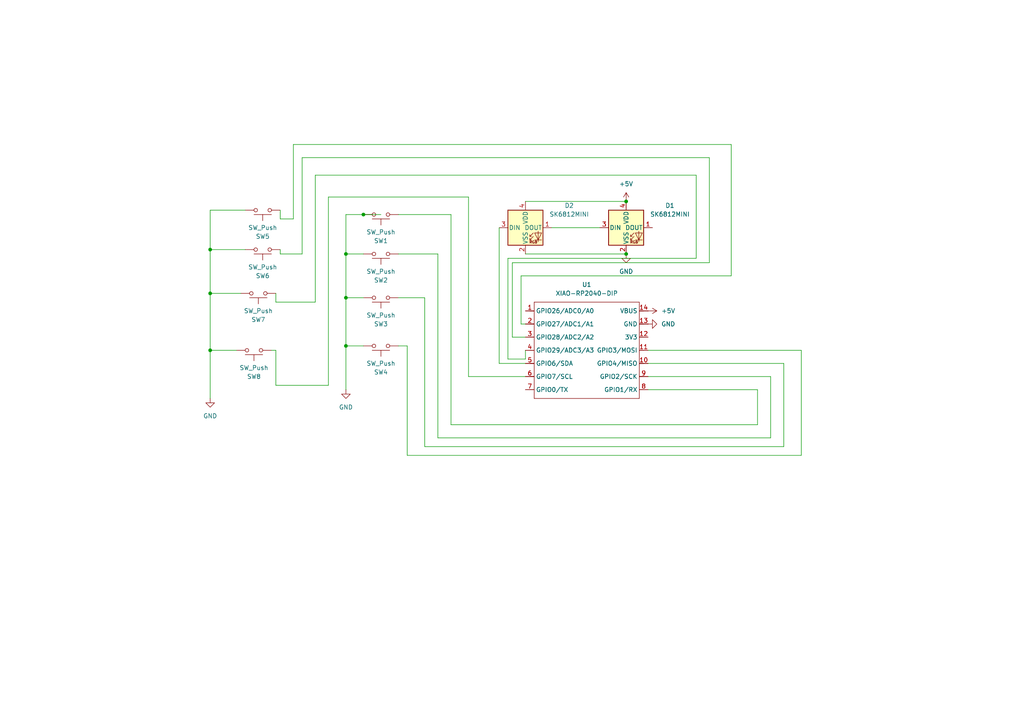
<source format=kicad_sch>
(kicad_sch
	(version 20250114)
	(generator "eeschema")
	(generator_version "9.0")
	(uuid "7822a9d4-ea92-4ca7-b531-86ebdbdf0900")
	(paper "A4")
	(lib_symbols
		(symbol "LED:SK6812MINI"
			(pin_names
				(offset 0.254)
			)
			(exclude_from_sim no)
			(in_bom yes)
			(on_board yes)
			(property "Reference" "D"
				(at 5.08 5.715 0)
				(effects
					(font
						(size 1.27 1.27)
					)
					(justify right bottom)
				)
			)
			(property "Value" "SK6812MINI"
				(at 1.27 -5.715 0)
				(effects
					(font
						(size 1.27 1.27)
					)
					(justify left top)
				)
			)
			(property "Footprint" "LED_SMD:LED_SK6812MINI_PLCC4_3.5x3.5mm_P1.75mm"
				(at 1.27 -7.62 0)
				(effects
					(font
						(size 1.27 1.27)
					)
					(justify left top)
					(hide yes)
				)
			)
			(property "Datasheet" "https://cdn-shop.adafruit.com/product-files/2686/SK6812MINI_REV.01-1-2.pdf"
				(at 2.54 -9.525 0)
				(effects
					(font
						(size 1.27 1.27)
					)
					(justify left top)
					(hide yes)
				)
			)
			(property "Description" "RGB LED with integrated controller"
				(at 0 0 0)
				(effects
					(font
						(size 1.27 1.27)
					)
					(hide yes)
				)
			)
			(property "ki_keywords" "RGB LED NeoPixel Mini addressable"
				(at 0 0 0)
				(effects
					(font
						(size 1.27 1.27)
					)
					(hide yes)
				)
			)
			(property "ki_fp_filters" "LED*SK6812MINI*PLCC*3.5x3.5mm*P1.75mm*"
				(at 0 0 0)
				(effects
					(font
						(size 1.27 1.27)
					)
					(hide yes)
				)
			)
			(symbol "SK6812MINI_0_0"
				(text "RGB"
					(at 2.286 -4.191 0)
					(effects
						(font
							(size 0.762 0.762)
						)
					)
				)
			)
			(symbol "SK6812MINI_0_1"
				(polyline
					(pts
						(xy 1.27 -2.54) (xy 1.778 -2.54)
					)
					(stroke
						(width 0)
						(type default)
					)
					(fill
						(type none)
					)
				)
				(polyline
					(pts
						(xy 1.27 -3.556) (xy 1.778 -3.556)
					)
					(stroke
						(width 0)
						(type default)
					)
					(fill
						(type none)
					)
				)
				(polyline
					(pts
						(xy 2.286 -1.524) (xy 1.27 -2.54) (xy 1.27 -2.032)
					)
					(stroke
						(width 0)
						(type default)
					)
					(fill
						(type none)
					)
				)
				(polyline
					(pts
						(xy 2.286 -2.54) (xy 1.27 -3.556) (xy 1.27 -3.048)
					)
					(stroke
						(width 0)
						(type default)
					)
					(fill
						(type none)
					)
				)
				(polyline
					(pts
						(xy 3.683 -1.016) (xy 3.683 -3.556) (xy 3.683 -4.064)
					)
					(stroke
						(width 0)
						(type default)
					)
					(fill
						(type none)
					)
				)
				(polyline
					(pts
						(xy 4.699 -1.524) (xy 2.667 -1.524) (xy 3.683 -3.556) (xy 4.699 -1.524)
					)
					(stroke
						(width 0)
						(type default)
					)
					(fill
						(type none)
					)
				)
				(polyline
					(pts
						(xy 4.699 -3.556) (xy 2.667 -3.556)
					)
					(stroke
						(width 0)
						(type default)
					)
					(fill
						(type none)
					)
				)
				(rectangle
					(start 5.08 5.08)
					(end -5.08 -5.08)
					(stroke
						(width 0.254)
						(type default)
					)
					(fill
						(type background)
					)
				)
			)
			(symbol "SK6812MINI_1_1"
				(pin input line
					(at -7.62 0 0)
					(length 2.54)
					(name "DIN"
						(effects
							(font
								(size 1.27 1.27)
							)
						)
					)
					(number "3"
						(effects
							(font
								(size 1.27 1.27)
							)
						)
					)
				)
				(pin power_in line
					(at 0 7.62 270)
					(length 2.54)
					(name "VDD"
						(effects
							(font
								(size 1.27 1.27)
							)
						)
					)
					(number "4"
						(effects
							(font
								(size 1.27 1.27)
							)
						)
					)
				)
				(pin power_in line
					(at 0 -7.62 90)
					(length 2.54)
					(name "VSS"
						(effects
							(font
								(size 1.27 1.27)
							)
						)
					)
					(number "2"
						(effects
							(font
								(size 1.27 1.27)
							)
						)
					)
				)
				(pin output line
					(at 7.62 0 180)
					(length 2.54)
					(name "DOUT"
						(effects
							(font
								(size 1.27 1.27)
							)
						)
					)
					(number "1"
						(effects
							(font
								(size 1.27 1.27)
							)
						)
					)
				)
			)
			(embedded_fonts no)
		)
		(symbol "OPL:XIAO-RP2040-DIP"
			(exclude_from_sim no)
			(in_bom yes)
			(on_board yes)
			(property "Reference" "U"
				(at 0 0 0)
				(effects
					(font
						(size 1.27 1.27)
					)
				)
			)
			(property "Value" "XIAO-RP2040-DIP"
				(at 5.334 -1.778 0)
				(effects
					(font
						(size 1.27 1.27)
					)
				)
			)
			(property "Footprint" "Module:MOUDLE14P-XIAO-DIP-SMD"
				(at 14.478 -32.258 0)
				(effects
					(font
						(size 1.27 1.27)
					)
					(hide yes)
				)
			)
			(property "Datasheet" ""
				(at 0 0 0)
				(effects
					(font
						(size 1.27 1.27)
					)
					(hide yes)
				)
			)
			(property "Description" ""
				(at 0 0 0)
				(effects
					(font
						(size 1.27 1.27)
					)
					(hide yes)
				)
			)
			(symbol "XIAO-RP2040-DIP_1_0"
				(polyline
					(pts
						(xy -1.27 -2.54) (xy 29.21 -2.54)
					)
					(stroke
						(width 0.1524)
						(type solid)
					)
					(fill
						(type none)
					)
				)
				(polyline
					(pts
						(xy -1.27 -5.08) (xy -2.54 -5.08)
					)
					(stroke
						(width 0.1524)
						(type solid)
					)
					(fill
						(type none)
					)
				)
				(polyline
					(pts
						(xy -1.27 -5.08) (xy -1.27 -2.54)
					)
					(stroke
						(width 0.1524)
						(type solid)
					)
					(fill
						(type none)
					)
				)
				(polyline
					(pts
						(xy -1.27 -8.89) (xy -2.54 -8.89)
					)
					(stroke
						(width 0.1524)
						(type solid)
					)
					(fill
						(type none)
					)
				)
				(polyline
					(pts
						(xy -1.27 -8.89) (xy -1.27 -5.08)
					)
					(stroke
						(width 0.1524)
						(type solid)
					)
					(fill
						(type none)
					)
				)
				(polyline
					(pts
						(xy -1.27 -12.7) (xy -2.54 -12.7)
					)
					(stroke
						(width 0.1524)
						(type solid)
					)
					(fill
						(type none)
					)
				)
				(polyline
					(pts
						(xy -1.27 -12.7) (xy -1.27 -8.89)
					)
					(stroke
						(width 0.1524)
						(type solid)
					)
					(fill
						(type none)
					)
				)
				(polyline
					(pts
						(xy -1.27 -16.51) (xy -2.54 -16.51)
					)
					(stroke
						(width 0.1524)
						(type solid)
					)
					(fill
						(type none)
					)
				)
				(polyline
					(pts
						(xy -1.27 -16.51) (xy -1.27 -12.7)
					)
					(stroke
						(width 0.1524)
						(type solid)
					)
					(fill
						(type none)
					)
				)
				(polyline
					(pts
						(xy -1.27 -20.32) (xy -2.54 -20.32)
					)
					(stroke
						(width 0.1524)
						(type solid)
					)
					(fill
						(type none)
					)
				)
				(polyline
					(pts
						(xy -1.27 -24.13) (xy -2.54 -24.13)
					)
					(stroke
						(width 0.1524)
						(type solid)
					)
					(fill
						(type none)
					)
				)
				(polyline
					(pts
						(xy -1.27 -27.94) (xy -2.54 -27.94)
					)
					(stroke
						(width 0.1524)
						(type solid)
					)
					(fill
						(type none)
					)
				)
				(polyline
					(pts
						(xy -1.27 -30.48) (xy -1.27 -16.51)
					)
					(stroke
						(width 0.1524)
						(type solid)
					)
					(fill
						(type none)
					)
				)
				(polyline
					(pts
						(xy 29.21 -2.54) (xy 29.21 -5.08)
					)
					(stroke
						(width 0.1524)
						(type solid)
					)
					(fill
						(type none)
					)
				)
				(polyline
					(pts
						(xy 29.21 -5.08) (xy 29.21 -8.89)
					)
					(stroke
						(width 0.1524)
						(type solid)
					)
					(fill
						(type none)
					)
				)
				(polyline
					(pts
						(xy 29.21 -8.89) (xy 29.21 -12.7)
					)
					(stroke
						(width 0.1524)
						(type solid)
					)
					(fill
						(type none)
					)
				)
				(polyline
					(pts
						(xy 29.21 -12.7) (xy 29.21 -30.48)
					)
					(stroke
						(width 0.1524)
						(type solid)
					)
					(fill
						(type none)
					)
				)
				(polyline
					(pts
						(xy 29.21 -30.48) (xy -1.27 -30.48)
					)
					(stroke
						(width 0.1524)
						(type solid)
					)
					(fill
						(type none)
					)
				)
				(polyline
					(pts
						(xy 30.48 -5.08) (xy 29.21 -5.08)
					)
					(stroke
						(width 0.1524)
						(type solid)
					)
					(fill
						(type none)
					)
				)
				(polyline
					(pts
						(xy 30.48 -8.89) (xy 29.21 -8.89)
					)
					(stroke
						(width 0.1524)
						(type solid)
					)
					(fill
						(type none)
					)
				)
				(polyline
					(pts
						(xy 30.48 -12.7) (xy 29.21 -12.7)
					)
					(stroke
						(width 0.1524)
						(type solid)
					)
					(fill
						(type none)
					)
				)
				(polyline
					(pts
						(xy 30.48 -16.51) (xy 29.21 -16.51)
					)
					(stroke
						(width 0.1524)
						(type solid)
					)
					(fill
						(type none)
					)
				)
				(polyline
					(pts
						(xy 30.48 -20.32) (xy 29.21 -20.32)
					)
					(stroke
						(width 0.1524)
						(type solid)
					)
					(fill
						(type none)
					)
				)
				(polyline
					(pts
						(xy 30.48 -24.13) (xy 29.21 -24.13)
					)
					(stroke
						(width 0.1524)
						(type solid)
					)
					(fill
						(type none)
					)
				)
				(polyline
					(pts
						(xy 30.48 -27.94) (xy 29.21 -27.94)
					)
					(stroke
						(width 0.1524)
						(type solid)
					)
					(fill
						(type none)
					)
				)
				(pin passive line
					(at -3.81 -5.08 0)
					(length 2.54)
					(name "GPIO26/ADC0/A0"
						(effects
							(font
								(size 1.27 1.27)
							)
						)
					)
					(number "1"
						(effects
							(font
								(size 1.27 1.27)
							)
						)
					)
				)
				(pin passive line
					(at -3.81 -8.89 0)
					(length 2.54)
					(name "GPIO27/ADC1/A1"
						(effects
							(font
								(size 1.27 1.27)
							)
						)
					)
					(number "2"
						(effects
							(font
								(size 1.27 1.27)
							)
						)
					)
				)
				(pin passive line
					(at -3.81 -12.7 0)
					(length 2.54)
					(name "GPIO28/ADC2/A2"
						(effects
							(font
								(size 1.27 1.27)
							)
						)
					)
					(number "3"
						(effects
							(font
								(size 1.27 1.27)
							)
						)
					)
				)
				(pin passive line
					(at -3.81 -16.51 0)
					(length 2.54)
					(name "GPIO29/ADC3/A3"
						(effects
							(font
								(size 1.27 1.27)
							)
						)
					)
					(number "4"
						(effects
							(font
								(size 1.27 1.27)
							)
						)
					)
				)
				(pin passive line
					(at -3.81 -20.32 0)
					(length 2.54)
					(name "GPIO6/SDA"
						(effects
							(font
								(size 1.27 1.27)
							)
						)
					)
					(number "5"
						(effects
							(font
								(size 1.27 1.27)
							)
						)
					)
				)
				(pin passive line
					(at -3.81 -24.13 0)
					(length 2.54)
					(name "GPIO7/SCL"
						(effects
							(font
								(size 1.27 1.27)
							)
						)
					)
					(number "6"
						(effects
							(font
								(size 1.27 1.27)
							)
						)
					)
				)
				(pin passive line
					(at -3.81 -27.94 0)
					(length 2.54)
					(name "GPIO0/TX"
						(effects
							(font
								(size 1.27 1.27)
							)
						)
					)
					(number "7"
						(effects
							(font
								(size 1.27 1.27)
							)
						)
					)
				)
				(pin passive line
					(at 31.75 -5.08 180)
					(length 2.54)
					(name "VBUS"
						(effects
							(font
								(size 1.27 1.27)
							)
						)
					)
					(number "14"
						(effects
							(font
								(size 1.27 1.27)
							)
						)
					)
				)
				(pin passive line
					(at 31.75 -8.89 180)
					(length 2.54)
					(name "GND"
						(effects
							(font
								(size 1.27 1.27)
							)
						)
					)
					(number "13"
						(effects
							(font
								(size 1.27 1.27)
							)
						)
					)
				)
				(pin passive line
					(at 31.75 -12.7 180)
					(length 2.54)
					(name "3V3"
						(effects
							(font
								(size 1.27 1.27)
							)
						)
					)
					(number "12"
						(effects
							(font
								(size 1.27 1.27)
							)
						)
					)
				)
				(pin passive line
					(at 31.75 -16.51 180)
					(length 2.54)
					(name "GPIO3/MOSI"
						(effects
							(font
								(size 1.27 1.27)
							)
						)
					)
					(number "11"
						(effects
							(font
								(size 1.27 1.27)
							)
						)
					)
				)
				(pin passive line
					(at 31.75 -20.32 180)
					(length 2.54)
					(name "GPIO4/MISO"
						(effects
							(font
								(size 1.27 1.27)
							)
						)
					)
					(number "10"
						(effects
							(font
								(size 1.27 1.27)
							)
						)
					)
				)
				(pin passive line
					(at 31.75 -24.13 180)
					(length 2.54)
					(name "GPIO2/SCK"
						(effects
							(font
								(size 1.27 1.27)
							)
						)
					)
					(number "9"
						(effects
							(font
								(size 1.27 1.27)
							)
						)
					)
				)
				(pin passive line
					(at 31.75 -27.94 180)
					(length 2.54)
					(name "GPIO1/RX"
						(effects
							(font
								(size 1.27 1.27)
							)
						)
					)
					(number "8"
						(effects
							(font
								(size 1.27 1.27)
							)
						)
					)
				)
			)
			(embedded_fonts no)
		)
		(symbol "Switch:SW_Push"
			(pin_numbers
				(hide yes)
			)
			(pin_names
				(offset 1.016)
				(hide yes)
			)
			(exclude_from_sim no)
			(in_bom yes)
			(on_board yes)
			(property "Reference" "SW"
				(at 1.27 2.54 0)
				(effects
					(font
						(size 1.27 1.27)
					)
					(justify left)
				)
			)
			(property "Value" "SW_Push"
				(at 0 -1.524 0)
				(effects
					(font
						(size 1.27 1.27)
					)
				)
			)
			(property "Footprint" ""
				(at 0 5.08 0)
				(effects
					(font
						(size 1.27 1.27)
					)
					(hide yes)
				)
			)
			(property "Datasheet" "~"
				(at 0 5.08 0)
				(effects
					(font
						(size 1.27 1.27)
					)
					(hide yes)
				)
			)
			(property "Description" "Push button switch, generic, two pins"
				(at 0 0 0)
				(effects
					(font
						(size 1.27 1.27)
					)
					(hide yes)
				)
			)
			(property "ki_keywords" "switch normally-open pushbutton push-button"
				(at 0 0 0)
				(effects
					(font
						(size 1.27 1.27)
					)
					(hide yes)
				)
			)
			(symbol "SW_Push_0_1"
				(circle
					(center -2.032 0)
					(radius 0.508)
					(stroke
						(width 0)
						(type default)
					)
					(fill
						(type none)
					)
				)
				(polyline
					(pts
						(xy 0 1.27) (xy 0 3.048)
					)
					(stroke
						(width 0)
						(type default)
					)
					(fill
						(type none)
					)
				)
				(circle
					(center 2.032 0)
					(radius 0.508)
					(stroke
						(width 0)
						(type default)
					)
					(fill
						(type none)
					)
				)
				(polyline
					(pts
						(xy 2.54 1.27) (xy -2.54 1.27)
					)
					(stroke
						(width 0)
						(type default)
					)
					(fill
						(type none)
					)
				)
				(pin passive line
					(at -5.08 0 0)
					(length 2.54)
					(name "1"
						(effects
							(font
								(size 1.27 1.27)
							)
						)
					)
					(number "1"
						(effects
							(font
								(size 1.27 1.27)
							)
						)
					)
				)
				(pin passive line
					(at 5.08 0 180)
					(length 2.54)
					(name "2"
						(effects
							(font
								(size 1.27 1.27)
							)
						)
					)
					(number "2"
						(effects
							(font
								(size 1.27 1.27)
							)
						)
					)
				)
			)
			(embedded_fonts no)
		)
		(symbol "power:+5V"
			(power)
			(pin_numbers
				(hide yes)
			)
			(pin_names
				(offset 0)
				(hide yes)
			)
			(exclude_from_sim no)
			(in_bom yes)
			(on_board yes)
			(property "Reference" "#PWR"
				(at 0 -3.81 0)
				(effects
					(font
						(size 1.27 1.27)
					)
					(hide yes)
				)
			)
			(property "Value" "+5V"
				(at 0 3.556 0)
				(effects
					(font
						(size 1.27 1.27)
					)
				)
			)
			(property "Footprint" ""
				(at 0 0 0)
				(effects
					(font
						(size 1.27 1.27)
					)
					(hide yes)
				)
			)
			(property "Datasheet" ""
				(at 0 0 0)
				(effects
					(font
						(size 1.27 1.27)
					)
					(hide yes)
				)
			)
			(property "Description" "Power symbol creates a global label with name \"+5V\""
				(at 0 0 0)
				(effects
					(font
						(size 1.27 1.27)
					)
					(hide yes)
				)
			)
			(property "ki_keywords" "global power"
				(at 0 0 0)
				(effects
					(font
						(size 1.27 1.27)
					)
					(hide yes)
				)
			)
			(symbol "+5V_0_1"
				(polyline
					(pts
						(xy -0.762 1.27) (xy 0 2.54)
					)
					(stroke
						(width 0)
						(type default)
					)
					(fill
						(type none)
					)
				)
				(polyline
					(pts
						(xy 0 2.54) (xy 0.762 1.27)
					)
					(stroke
						(width 0)
						(type default)
					)
					(fill
						(type none)
					)
				)
				(polyline
					(pts
						(xy 0 0) (xy 0 2.54)
					)
					(stroke
						(width 0)
						(type default)
					)
					(fill
						(type none)
					)
				)
			)
			(symbol "+5V_1_1"
				(pin power_in line
					(at 0 0 90)
					(length 0)
					(name "~"
						(effects
							(font
								(size 1.27 1.27)
							)
						)
					)
					(number "1"
						(effects
							(font
								(size 1.27 1.27)
							)
						)
					)
				)
			)
			(embedded_fonts no)
		)
		(symbol "power:GND"
			(power)
			(pin_numbers
				(hide yes)
			)
			(pin_names
				(offset 0)
				(hide yes)
			)
			(exclude_from_sim no)
			(in_bom yes)
			(on_board yes)
			(property "Reference" "#PWR"
				(at 0 -6.35 0)
				(effects
					(font
						(size 1.27 1.27)
					)
					(hide yes)
				)
			)
			(property "Value" "GND"
				(at 0 -3.81 0)
				(effects
					(font
						(size 1.27 1.27)
					)
				)
			)
			(property "Footprint" ""
				(at 0 0 0)
				(effects
					(font
						(size 1.27 1.27)
					)
					(hide yes)
				)
			)
			(property "Datasheet" ""
				(at 0 0 0)
				(effects
					(font
						(size 1.27 1.27)
					)
					(hide yes)
				)
			)
			(property "Description" "Power symbol creates a global label with name \"GND\" , ground"
				(at 0 0 0)
				(effects
					(font
						(size 1.27 1.27)
					)
					(hide yes)
				)
			)
			(property "ki_keywords" "global power"
				(at 0 0 0)
				(effects
					(font
						(size 1.27 1.27)
					)
					(hide yes)
				)
			)
			(symbol "GND_0_1"
				(polyline
					(pts
						(xy 0 0) (xy 0 -1.27) (xy 1.27 -1.27) (xy 0 -2.54) (xy -1.27 -1.27) (xy 0 -1.27)
					)
					(stroke
						(width 0)
						(type default)
					)
					(fill
						(type none)
					)
				)
			)
			(symbol "GND_1_1"
				(pin power_in line
					(at 0 0 270)
					(length 0)
					(name "~"
						(effects
							(font
								(size 1.27 1.27)
							)
						)
					)
					(number "1"
						(effects
							(font
								(size 1.27 1.27)
							)
						)
					)
				)
			)
			(embedded_fonts no)
		)
	)
	(junction
		(at 181.61 73.66)
		(diameter 0)
		(color 0 0 0 0)
		(uuid "03ef710c-e89c-4fb8-a84f-7e5006401b30")
	)
	(junction
		(at 60.96 72.39)
		(diameter 0)
		(color 0 0 0 0)
		(uuid "1f33bdde-1519-464a-9635-53b624f6e782")
	)
	(junction
		(at 100.33 86.36)
		(diameter 0)
		(color 0 0 0 0)
		(uuid "31dc9236-052a-48b5-a40f-6ceaa9649034")
	)
	(junction
		(at 60.96 101.6)
		(diameter 0)
		(color 0 0 0 0)
		(uuid "6bbae772-b7c1-46be-b5f4-93e6cef06e9d")
	)
	(junction
		(at 100.33 73.66)
		(diameter 0)
		(color 0 0 0 0)
		(uuid "8ad17153-99a1-4690-a299-e62b699f8c9a")
	)
	(junction
		(at 105.41 62.23)
		(diameter 0)
		(color 0 0 0 0)
		(uuid "baa9ef19-e957-4abc-962b-3ddae4f30891")
	)
	(junction
		(at 100.33 100.33)
		(diameter 0)
		(color 0 0 0 0)
		(uuid "c86e7a6a-495e-42fb-9331-86e8122a06fe")
	)
	(junction
		(at 181.61 58.42)
		(diameter 0)
		(color 0 0 0 0)
		(uuid "c8869086-0806-4cdf-824a-59a1cc15d964")
	)
	(junction
		(at 60.96 85.09)
		(diameter 0)
		(color 0 0 0 0)
		(uuid "d41ac6bf-e4d7-49ad-87b4-0347bdba1100")
	)
	(wire
		(pts
			(xy 187.96 101.6) (xy 232.41 101.6)
		)
		(stroke
			(width 0)
			(type default)
		)
		(uuid "0578d648-2969-4419-a4fc-40a2cbbe5cf0")
	)
	(wire
		(pts
			(xy 87.63 73.66) (xy 81.28 73.66)
		)
		(stroke
			(width 0)
			(type default)
		)
		(uuid "0803d122-5015-4506-9dc6-48123c52785e")
	)
	(wire
		(pts
			(xy 100.33 86.36) (xy 105.41 86.36)
		)
		(stroke
			(width 0)
			(type default)
		)
		(uuid "0bdd7c51-574e-4458-af76-fd2e3b79f98b")
	)
	(wire
		(pts
			(xy 118.11 100.33) (xy 115.57 100.33)
		)
		(stroke
			(width 0)
			(type default)
		)
		(uuid "0fd9970a-8fde-419c-bd19-50db4633edb6")
	)
	(wire
		(pts
			(xy 100.33 62.23) (xy 105.41 62.23)
		)
		(stroke
			(width 0)
			(type default)
		)
		(uuid "1b3e9108-bdce-4aa0-9281-7aa6562399e0")
	)
	(wire
		(pts
			(xy 60.96 85.09) (xy 69.85 85.09)
		)
		(stroke
			(width 0)
			(type default)
		)
		(uuid "288c9c32-836d-4f99-be11-22bb14d92397")
	)
	(wire
		(pts
			(xy 95.25 57.15) (xy 95.25 111.76)
		)
		(stroke
			(width 0)
			(type default)
		)
		(uuid "28fd2814-78a5-4378-b467-fdfbf85941a5")
	)
	(wire
		(pts
			(xy 80.01 101.6) (xy 78.74 101.6)
		)
		(stroke
			(width 0)
			(type default)
		)
		(uuid "2ab33164-7499-4cbd-a05f-678e7634a26e")
	)
	(wire
		(pts
			(xy 118.11 132.08) (xy 118.11 100.33)
		)
		(stroke
			(width 0)
			(type default)
		)
		(uuid "3304f2c2-cd48-48c3-b018-fe70651d3d99")
	)
	(wire
		(pts
			(xy 80.01 87.63) (xy 80.01 85.09)
		)
		(stroke
			(width 0)
			(type default)
		)
		(uuid "348de63b-de90-4de3-a368-7ce0a817e7d2")
	)
	(wire
		(pts
			(xy 223.52 127) (xy 127 127)
		)
		(stroke
			(width 0)
			(type default)
		)
		(uuid "3bc49c76-9e7a-4d7c-866d-a0baa7be0a37")
	)
	(wire
		(pts
			(xy 152.4 97.79) (xy 148.59 97.79)
		)
		(stroke
			(width 0)
			(type default)
		)
		(uuid "3db86468-4e07-4519-a791-0cd4a58bcf03")
	)
	(wire
		(pts
			(xy 232.41 132.08) (xy 118.11 132.08)
		)
		(stroke
			(width 0)
			(type default)
		)
		(uuid "46364048-90e5-4ea2-936b-fe6d120c3c74")
	)
	(wire
		(pts
			(xy 147.32 74.93) (xy 201.93 74.93)
		)
		(stroke
			(width 0)
			(type default)
		)
		(uuid "48a0d26e-97d8-4f4d-b506-dae817fcb2fb")
	)
	(wire
		(pts
			(xy 100.33 73.66) (xy 100.33 86.36)
		)
		(stroke
			(width 0)
			(type default)
		)
		(uuid "4f057a74-b6a7-40d4-9de6-cfc57b53f0b8")
	)
	(wire
		(pts
			(xy 187.96 109.22) (xy 223.52 109.22)
		)
		(stroke
			(width 0)
			(type default)
		)
		(uuid "532a3da1-a410-493d-ac0b-a7a152c8bd7e")
	)
	(wire
		(pts
			(xy 100.33 73.66) (xy 105.41 73.66)
		)
		(stroke
			(width 0)
			(type default)
		)
		(uuid "57e57654-d56c-498c-8f1b-b6caf7314ddd")
	)
	(wire
		(pts
			(xy 100.33 62.23) (xy 100.33 73.66)
		)
		(stroke
			(width 0)
			(type default)
		)
		(uuid "59d6d47d-6e4e-4a2f-84d5-3793cc11f93c")
	)
	(wire
		(pts
			(xy 91.44 50.8) (xy 91.44 87.63)
		)
		(stroke
			(width 0)
			(type default)
		)
		(uuid "5b875d31-745d-4718-b149-880963a10fed")
	)
	(wire
		(pts
			(xy 130.81 123.19) (xy 130.81 62.23)
		)
		(stroke
			(width 0)
			(type default)
		)
		(uuid "5dac14d0-d5da-4626-a187-c5541776763b")
	)
	(wire
		(pts
			(xy 151.13 80.01) (xy 212.09 80.01)
		)
		(stroke
			(width 0)
			(type default)
		)
		(uuid "60df83ec-7430-41e5-81dd-d74f1eba234b")
	)
	(wire
		(pts
			(xy 80.01 111.76) (xy 80.01 101.6)
		)
		(stroke
			(width 0)
			(type default)
		)
		(uuid "61124943-4fd1-448d-bfee-bbd3f2934801")
	)
	(wire
		(pts
			(xy 187.96 105.41) (xy 227.33 105.41)
		)
		(stroke
			(width 0)
			(type default)
		)
		(uuid "63e0bf2b-00bc-4615-aa78-fe093812b08a")
	)
	(wire
		(pts
			(xy 201.93 50.8) (xy 91.44 50.8)
		)
		(stroke
			(width 0)
			(type default)
		)
		(uuid "6620bfb9-0527-4349-a4a8-95971de63ec6")
	)
	(wire
		(pts
			(xy 81.28 63.5) (xy 81.28 60.96)
		)
		(stroke
			(width 0)
			(type default)
		)
		(uuid "66913f51-c59c-4ce6-89b5-b3dde32100d0")
	)
	(wire
		(pts
			(xy 147.32 74.93) (xy 147.32 104.14)
		)
		(stroke
			(width 0)
			(type default)
		)
		(uuid "672340c5-f01d-454d-8e9d-ca82248e45b9")
	)
	(wire
		(pts
			(xy 85.09 41.91) (xy 85.09 63.5)
		)
		(stroke
			(width 0)
			(type default)
		)
		(uuid "6e3bf8d3-07e7-4f29-82cb-c641d5f3ba03")
	)
	(wire
		(pts
			(xy 87.63 45.72) (xy 87.63 73.66)
		)
		(stroke
			(width 0)
			(type default)
		)
		(uuid "6f7fbdc0-a6b5-478a-8bb3-ef6a5491637f")
	)
	(wire
		(pts
			(xy 152.4 104.14) (xy 147.32 104.14)
		)
		(stroke
			(width 0)
			(type default)
		)
		(uuid "733cbadc-3611-4cca-85b8-e2585b7c1800")
	)
	(wire
		(pts
			(xy 212.09 41.91) (xy 85.09 41.91)
		)
		(stroke
			(width 0)
			(type default)
		)
		(uuid "7562808e-47cd-4490-b321-920b22ddb225")
	)
	(wire
		(pts
			(xy 95.25 111.76) (xy 80.01 111.76)
		)
		(stroke
			(width 0)
			(type default)
		)
		(uuid "7596795f-112a-4b40-88a3-aec3f7d05c16")
	)
	(wire
		(pts
			(xy 227.33 105.41) (xy 227.33 129.54)
		)
		(stroke
			(width 0)
			(type default)
		)
		(uuid "779ed119-4ac4-4d94-a865-eba829dd55f3")
	)
	(wire
		(pts
			(xy 60.96 101.6) (xy 60.96 115.57)
		)
		(stroke
			(width 0)
			(type default)
		)
		(uuid "80181f03-3418-4250-a3bb-7e7e2d9b7bfa")
	)
	(wire
		(pts
			(xy 227.33 129.54) (xy 123.19 129.54)
		)
		(stroke
			(width 0)
			(type default)
		)
		(uuid "83b5468c-b8f4-47c9-ae45-3d2c4e7c8c77")
	)
	(wire
		(pts
			(xy 219.71 123.19) (xy 130.81 123.19)
		)
		(stroke
			(width 0)
			(type default)
		)
		(uuid "846deec9-609a-4649-8ebd-ac44fb90a91c")
	)
	(wire
		(pts
			(xy 152.4 105.41) (xy 144.78 105.41)
		)
		(stroke
			(width 0)
			(type default)
		)
		(uuid "847325c8-e48c-4377-aa9b-0296bb87b5fa")
	)
	(wire
		(pts
			(xy 81.28 73.66) (xy 81.28 72.39)
		)
		(stroke
			(width 0)
			(type default)
		)
		(uuid "915bc536-5d0d-4459-9025-abb0ef0cb4d3")
	)
	(wire
		(pts
			(xy 91.44 87.63) (xy 80.01 87.63)
		)
		(stroke
			(width 0)
			(type default)
		)
		(uuid "921896db-6029-43b7-b1ab-3b4bac9a35ea")
	)
	(wire
		(pts
			(xy 60.96 72.39) (xy 71.12 72.39)
		)
		(stroke
			(width 0)
			(type default)
		)
		(uuid "9281ec79-3d76-4382-83bb-6a79b9cbf238")
	)
	(wire
		(pts
			(xy 152.4 109.22) (xy 135.89 109.22)
		)
		(stroke
			(width 0)
			(type default)
		)
		(uuid "963f7591-02a0-4129-826e-9d01b5755887")
	)
	(wire
		(pts
			(xy 60.96 85.09) (xy 60.96 101.6)
		)
		(stroke
			(width 0)
			(type default)
		)
		(uuid "97326fcf-e846-4391-b40c-4f5d996fd07f")
	)
	(wire
		(pts
			(xy 160.02 66.04) (xy 173.99 66.04)
		)
		(stroke
			(width 0)
			(type default)
		)
		(uuid "982562d5-be64-44b6-87fa-12b139626e62")
	)
	(wire
		(pts
			(xy 85.09 63.5) (xy 81.28 63.5)
		)
		(stroke
			(width 0)
			(type default)
		)
		(uuid "992530a3-9db8-455b-a7ae-5ef6ecac6acb")
	)
	(wire
		(pts
			(xy 100.33 100.33) (xy 105.41 100.33)
		)
		(stroke
			(width 0)
			(type default)
		)
		(uuid "99ca85c3-4eef-4f4e-924c-dcf216ba32e1")
	)
	(wire
		(pts
			(xy 152.4 58.42) (xy 181.61 58.42)
		)
		(stroke
			(width 0)
			(type default)
		)
		(uuid "9adc5618-d62b-409f-bc69-fec27e7dc388")
	)
	(wire
		(pts
			(xy 205.74 76.2) (xy 205.74 45.72)
		)
		(stroke
			(width 0)
			(type default)
		)
		(uuid "9fc00b8a-d040-4eb6-922d-a1a386585d91")
	)
	(wire
		(pts
			(xy 232.41 101.6) (xy 232.41 132.08)
		)
		(stroke
			(width 0)
			(type default)
		)
		(uuid "a3f5b5c5-6aad-4d65-9329-d0609bd93bc5")
	)
	(wire
		(pts
			(xy 60.96 72.39) (xy 60.96 85.09)
		)
		(stroke
			(width 0)
			(type default)
		)
		(uuid "a45ec10a-6e74-4556-9b47-f26130aa5c09")
	)
	(wire
		(pts
			(xy 71.12 60.96) (xy 60.96 60.96)
		)
		(stroke
			(width 0)
			(type default)
		)
		(uuid "a7a56ec4-0198-4233-baac-cc41f4716554")
	)
	(wire
		(pts
			(xy 151.13 93.98) (xy 151.13 80.01)
		)
		(stroke
			(width 0)
			(type default)
		)
		(uuid "abfa0bf1-9037-42b5-8da8-12c3401bc56b")
	)
	(wire
		(pts
			(xy 201.93 74.93) (xy 201.93 50.8)
		)
		(stroke
			(width 0)
			(type default)
		)
		(uuid "b1d91408-a3be-4b67-a943-70fc8f2c726e")
	)
	(wire
		(pts
			(xy 148.59 76.2) (xy 205.74 76.2)
		)
		(stroke
			(width 0)
			(type default)
		)
		(uuid "b2f56318-fb86-47e1-aebb-5a007879b89c")
	)
	(wire
		(pts
			(xy 123.19 129.54) (xy 123.19 86.36)
		)
		(stroke
			(width 0)
			(type default)
		)
		(uuid "b38cc3e8-908b-4c05-9f2c-6ae25b4771ea")
	)
	(wire
		(pts
			(xy 105.41 62.23) (xy 110.49 62.23)
		)
		(stroke
			(width 0)
			(type default)
		)
		(uuid "b42d46a1-8246-4b40-8b0b-1cdf95f86a38")
	)
	(wire
		(pts
			(xy 152.4 101.6) (xy 152.4 104.14)
		)
		(stroke
			(width 0)
			(type default)
		)
		(uuid "b501bcaa-f771-4aaf-bb32-a4eb1b1d06c5")
	)
	(wire
		(pts
			(xy 144.78 105.41) (xy 144.78 66.04)
		)
		(stroke
			(width 0)
			(type default)
		)
		(uuid "b5987a4c-b0af-4fbe-a50d-292c1f75a0f5")
	)
	(wire
		(pts
			(xy 123.19 86.36) (xy 115.57 86.36)
		)
		(stroke
			(width 0)
			(type default)
		)
		(uuid "bb0660b5-ce09-4a45-8ebc-073c4736c120")
	)
	(wire
		(pts
			(xy 212.09 80.01) (xy 212.09 41.91)
		)
		(stroke
			(width 0)
			(type default)
		)
		(uuid "bb5af31b-9a37-4037-a7b7-f55509b56e1d")
	)
	(wire
		(pts
			(xy 130.81 62.23) (xy 115.57 62.23)
		)
		(stroke
			(width 0)
			(type default)
		)
		(uuid "be36c13f-c32b-4f4b-b77a-e90f35aafb86")
	)
	(wire
		(pts
			(xy 100.33 100.33) (xy 100.33 113.03)
		)
		(stroke
			(width 0)
			(type default)
		)
		(uuid "cca21f35-ded5-4b11-bf56-f3833141dc66")
	)
	(wire
		(pts
			(xy 223.52 109.22) (xy 223.52 127)
		)
		(stroke
			(width 0)
			(type default)
		)
		(uuid "cdd5f0ea-6ea9-4a33-88f9-e5e8d3b744a7")
	)
	(wire
		(pts
			(xy 127 127) (xy 127 73.66)
		)
		(stroke
			(width 0)
			(type default)
		)
		(uuid "ce5a161d-8c7e-421d-a538-7454a46eb5cf")
	)
	(wire
		(pts
			(xy 135.89 109.22) (xy 135.89 57.15)
		)
		(stroke
			(width 0)
			(type default)
		)
		(uuid "d0ad31ae-4719-4a27-ab38-206a73197b99")
	)
	(wire
		(pts
			(xy 219.71 113.03) (xy 219.71 123.19)
		)
		(stroke
			(width 0)
			(type default)
		)
		(uuid "db9346dc-068a-4785-b8ac-7c1ce61bc3da")
	)
	(wire
		(pts
			(xy 205.74 45.72) (xy 87.63 45.72)
		)
		(stroke
			(width 0)
			(type default)
		)
		(uuid "dd81bf1a-b8c4-4074-86ec-29155fd698eb")
	)
	(wire
		(pts
			(xy 100.33 86.36) (xy 100.33 100.33)
		)
		(stroke
			(width 0)
			(type default)
		)
		(uuid "deb0e327-82cc-4645-856b-79874a96c659")
	)
	(wire
		(pts
			(xy 187.96 113.03) (xy 219.71 113.03)
		)
		(stroke
			(width 0)
			(type default)
		)
		(uuid "e5cdee49-936b-43fb-96a1-a7fe3be0a851")
	)
	(wire
		(pts
			(xy 148.59 97.79) (xy 148.59 76.2)
		)
		(stroke
			(width 0)
			(type default)
		)
		(uuid "e64bdc06-a0d8-466b-b538-25754c512393")
	)
	(wire
		(pts
			(xy 152.4 93.98) (xy 151.13 93.98)
		)
		(stroke
			(width 0)
			(type default)
		)
		(uuid "e760c326-3843-4910-a450-9b9774e970e1")
	)
	(wire
		(pts
			(xy 60.96 101.6) (xy 68.58 101.6)
		)
		(stroke
			(width 0)
			(type default)
		)
		(uuid "ec54fca2-4d67-4ec3-857f-0dcc95ab70d5")
	)
	(wire
		(pts
			(xy 60.96 60.96) (xy 60.96 72.39)
		)
		(stroke
			(width 0)
			(type default)
		)
		(uuid "f04a8b20-912c-46be-9e70-2f7c695e0e9d")
	)
	(wire
		(pts
			(xy 135.89 57.15) (xy 95.25 57.15)
		)
		(stroke
			(width 0)
			(type default)
		)
		(uuid "f659e5ab-441f-434f-bef5-7c31408cabc7")
	)
	(wire
		(pts
			(xy 152.4 73.66) (xy 181.61 73.66)
		)
		(stroke
			(width 0)
			(type default)
		)
		(uuid "fb061274-bc07-45d2-aa69-972884a76b17")
	)
	(wire
		(pts
			(xy 127 73.66) (xy 115.57 73.66)
		)
		(stroke
			(width 0)
			(type default)
		)
		(uuid "fc963d48-e1a1-4127-99d6-d3f8a411e48f")
	)
	(symbol
		(lib_id "Switch:SW_Push")
		(at 76.2 60.96 0)
		(mirror x)
		(unit 1)
		(exclude_from_sim no)
		(in_bom yes)
		(on_board yes)
		(dnp no)
		(uuid "0c7c2e56-2624-48e1-a487-71d0bfb33576")
		(property "Reference" "SW5"
			(at 76.2 68.58 0)
			(effects
				(font
					(size 1.27 1.27)
				)
			)
		)
		(property "Value" "SW_Push"
			(at 76.2 66.04 0)
			(effects
				(font
					(size 1.27 1.27)
				)
			)
		)
		(property "Footprint" "Button_Switch_Keyboard:SW_Cherry_MX_1.00u_PCB"
			(at 76.2 66.04 0)
			(effects
				(font
					(size 1.27 1.27)
				)
				(hide yes)
			)
		)
		(property "Datasheet" "~"
			(at 76.2 66.04 0)
			(effects
				(font
					(size 1.27 1.27)
				)
				(hide yes)
			)
		)
		(property "Description" "Push button switch, generic, two pins"
			(at 76.2 60.96 0)
			(effects
				(font
					(size 1.27 1.27)
				)
				(hide yes)
			)
		)
		(pin "2"
			(uuid "90f24833-23fc-4c9b-9f41-9a5aa3cdcf8e")
		)
		(pin "1"
			(uuid "353d4e51-8eae-4551-a917-033e766e0816")
		)
		(instances
			(project "Keypad"
				(path "/7822a9d4-ea92-4ca7-b531-86ebdbdf0900"
					(reference "SW5")
					(unit 1)
				)
			)
		)
	)
	(symbol
		(lib_id "LED:SK6812MINI")
		(at 181.61 66.04 0)
		(unit 1)
		(exclude_from_sim no)
		(in_bom yes)
		(on_board yes)
		(dnp no)
		(uuid "10c23258-98b5-4660-90b7-3bada6f14a0d")
		(property "Reference" "D1"
			(at 194.31 59.6198 0)
			(effects
				(font
					(size 1.27 1.27)
				)
			)
		)
		(property "Value" "SK6812MINI"
			(at 194.31 62.1598 0)
			(effects
				(font
					(size 1.27 1.27)
				)
			)
		)
		(property "Footprint" "LED_SMD:LED_SK6812MINI_PLCC4_3.5x3.5mm_P1.75mm"
			(at 182.88 73.66 0)
			(effects
				(font
					(size 1.27 1.27)
				)
				(justify left top)
				(hide yes)
			)
		)
		(property "Datasheet" "https://cdn-shop.adafruit.com/product-files/2686/SK6812MINI_REV.01-1-2.pdf"
			(at 184.15 75.565 0)
			(effects
				(font
					(size 1.27 1.27)
				)
				(justify left top)
				(hide yes)
			)
		)
		(property "Description" "RGB LED with integrated controller"
			(at 181.61 66.04 0)
			(effects
				(font
					(size 1.27 1.27)
				)
				(hide yes)
			)
		)
		(pin "4"
			(uuid "e8926e39-e138-43d6-b0db-50bec14b3406")
		)
		(pin "2"
			(uuid "f83d6e49-cd7e-488a-9f6a-e37b782c8e40")
		)
		(pin "3"
			(uuid "e6df3e4e-cde4-48c5-a7b6-4b3e8bd028eb")
		)
		(pin "1"
			(uuid "f194f784-b61d-49fd-b35e-37568a584472")
		)
		(instances
			(project ""
				(path "/7822a9d4-ea92-4ca7-b531-86ebdbdf0900"
					(reference "D1")
					(unit 1)
				)
			)
		)
	)
	(symbol
		(lib_id "Switch:SW_Push")
		(at 110.49 62.23 0)
		(mirror x)
		(unit 1)
		(exclude_from_sim no)
		(in_bom yes)
		(on_board yes)
		(dnp no)
		(uuid "4040b1b9-0ca1-4b21-aad6-824212591789")
		(property "Reference" "SW1"
			(at 110.49 69.85 0)
			(effects
				(font
					(size 1.27 1.27)
				)
			)
		)
		(property "Value" "SW_Push"
			(at 110.49 67.31 0)
			(effects
				(font
					(size 1.27 1.27)
				)
			)
		)
		(property "Footprint" "Button_Switch_Keyboard:SW_Cherry_MX_1.00u_PCB"
			(at 110.49 67.31 0)
			(effects
				(font
					(size 1.27 1.27)
				)
				(hide yes)
			)
		)
		(property "Datasheet" "~"
			(at 110.49 67.31 0)
			(effects
				(font
					(size 1.27 1.27)
				)
				(hide yes)
			)
		)
		(property "Description" "Push button switch, generic, two pins"
			(at 110.49 62.23 0)
			(effects
				(font
					(size 1.27 1.27)
				)
				(hide yes)
			)
		)
		(pin "2"
			(uuid "52135fdb-1324-4725-9169-9721fe768329")
		)
		(pin "1"
			(uuid "f292cb2b-5e14-4648-b901-22377ec7b1be")
		)
		(instances
			(project ""
				(path "/7822a9d4-ea92-4ca7-b531-86ebdbdf0900"
					(reference "SW1")
					(unit 1)
				)
			)
		)
	)
	(symbol
		(lib_id "power:GND")
		(at 60.96 115.57 0)
		(unit 1)
		(exclude_from_sim no)
		(in_bom yes)
		(on_board yes)
		(dnp no)
		(fields_autoplaced yes)
		(uuid "46fd322d-b4fc-4b2e-a8ef-033bf85e8a3d")
		(property "Reference" "#PWR01"
			(at 60.96 121.92 0)
			(effects
				(font
					(size 1.27 1.27)
				)
				(hide yes)
			)
		)
		(property "Value" "GND"
			(at 60.96 120.65 0)
			(effects
				(font
					(size 1.27 1.27)
				)
			)
		)
		(property "Footprint" ""
			(at 60.96 115.57 0)
			(effects
				(font
					(size 1.27 1.27)
				)
				(hide yes)
			)
		)
		(property "Datasheet" ""
			(at 60.96 115.57 0)
			(effects
				(font
					(size 1.27 1.27)
				)
				(hide yes)
			)
		)
		(property "Description" "Power symbol creates a global label with name \"GND\" , ground"
			(at 60.96 115.57 0)
			(effects
				(font
					(size 1.27 1.27)
				)
				(hide yes)
			)
		)
		(pin "1"
			(uuid "2f0a4619-06d5-4fab-b3c6-7f59a3da6a4c")
		)
		(instances
			(project ""
				(path "/7822a9d4-ea92-4ca7-b531-86ebdbdf0900"
					(reference "#PWR01")
					(unit 1)
				)
			)
		)
	)
	(symbol
		(lib_id "Switch:SW_Push")
		(at 110.49 73.66 0)
		(mirror x)
		(unit 1)
		(exclude_from_sim no)
		(in_bom yes)
		(on_board yes)
		(dnp no)
		(uuid "5d0a7265-9b1b-41a5-9627-eacbf7e20930")
		(property "Reference" "SW2"
			(at 110.49 81.28 0)
			(effects
				(font
					(size 1.27 1.27)
				)
			)
		)
		(property "Value" "SW_Push"
			(at 110.49 78.74 0)
			(effects
				(font
					(size 1.27 1.27)
				)
			)
		)
		(property "Footprint" "Button_Switch_Keyboard:SW_Cherry_MX_1.00u_PCB"
			(at 110.49 78.74 0)
			(effects
				(font
					(size 1.27 1.27)
				)
				(hide yes)
			)
		)
		(property "Datasheet" "~"
			(at 110.49 78.74 0)
			(effects
				(font
					(size 1.27 1.27)
				)
				(hide yes)
			)
		)
		(property "Description" "Push button switch, generic, two pins"
			(at 110.49 73.66 0)
			(effects
				(font
					(size 1.27 1.27)
				)
				(hide yes)
			)
		)
		(pin "2"
			(uuid "5e783ebe-814c-4800-ab11-853280a80fd9")
		)
		(pin "1"
			(uuid "59dc1e44-3370-4e18-988b-fe2f0085a724")
		)
		(instances
			(project "Keypad"
				(path "/7822a9d4-ea92-4ca7-b531-86ebdbdf0900"
					(reference "SW2")
					(unit 1)
				)
			)
		)
	)
	(symbol
		(lib_id "power:GND")
		(at 187.96 93.98 90)
		(unit 1)
		(exclude_from_sim no)
		(in_bom yes)
		(on_board yes)
		(dnp no)
		(fields_autoplaced yes)
		(uuid "623f3c61-090b-42c9-93d7-70a7b091ea97")
		(property "Reference" "#PWR05"
			(at 194.31 93.98 0)
			(effects
				(font
					(size 1.27 1.27)
				)
				(hide yes)
			)
		)
		(property "Value" "GND"
			(at 191.77 93.9799 90)
			(effects
				(font
					(size 1.27 1.27)
				)
				(justify right)
			)
		)
		(property "Footprint" ""
			(at 187.96 93.98 0)
			(effects
				(font
					(size 1.27 1.27)
				)
				(hide yes)
			)
		)
		(property "Datasheet" ""
			(at 187.96 93.98 0)
			(effects
				(font
					(size 1.27 1.27)
				)
				(hide yes)
			)
		)
		(property "Description" "Power symbol creates a global label with name \"GND\" , ground"
			(at 187.96 93.98 0)
			(effects
				(font
					(size 1.27 1.27)
				)
				(hide yes)
			)
		)
		(pin "1"
			(uuid "42ab2436-2d5a-46da-a86b-2b5f293fae1c")
		)
		(instances
			(project ""
				(path "/7822a9d4-ea92-4ca7-b531-86ebdbdf0900"
					(reference "#PWR05")
					(unit 1)
				)
			)
		)
	)
	(symbol
		(lib_id "Switch:SW_Push")
		(at 76.2 72.39 0)
		(mirror x)
		(unit 1)
		(exclude_from_sim no)
		(in_bom yes)
		(on_board yes)
		(dnp no)
		(uuid "7b1b50c0-d1b2-43cc-9b76-be6f38e3fbee")
		(property "Reference" "SW6"
			(at 76.2 80.01 0)
			(effects
				(font
					(size 1.27 1.27)
				)
			)
		)
		(property "Value" "SW_Push"
			(at 76.2 77.47 0)
			(effects
				(font
					(size 1.27 1.27)
				)
			)
		)
		(property "Footprint" "Button_Switch_Keyboard:SW_Cherry_MX_1.00u_PCB"
			(at 76.2 77.47 0)
			(effects
				(font
					(size 1.27 1.27)
				)
				(hide yes)
			)
		)
		(property "Datasheet" "~"
			(at 76.2 77.47 0)
			(effects
				(font
					(size 1.27 1.27)
				)
				(hide yes)
			)
		)
		(property "Description" "Push button switch, generic, two pins"
			(at 76.2 72.39 0)
			(effects
				(font
					(size 1.27 1.27)
				)
				(hide yes)
			)
		)
		(pin "2"
			(uuid "6beabc74-adc8-4006-b4b0-e4e092e794a6")
		)
		(pin "1"
			(uuid "d7385954-6a18-41d2-bb99-e889ca6b8e05")
		)
		(instances
			(project "Keypad"
				(path "/7822a9d4-ea92-4ca7-b531-86ebdbdf0900"
					(reference "SW6")
					(unit 1)
				)
			)
		)
	)
	(symbol
		(lib_id "OPL:XIAO-RP2040-DIP")
		(at 156.21 85.09 0)
		(unit 1)
		(exclude_from_sim no)
		(in_bom yes)
		(on_board yes)
		(dnp no)
		(uuid "921a24e5-612f-4c7e-9c93-b36879893210")
		(property "Reference" "U1"
			(at 170.18 82.55 0)
			(effects
				(font
					(size 1.27 1.27)
				)
			)
		)
		(property "Value" "XIAO-RP2040-DIP"
			(at 170.18 85.09 0)
			(effects
				(font
					(size 1.27 1.27)
				)
			)
		)
		(property "Footprint" "OPL:XIAO-RP2040-DIP"
			(at 170.688 117.348 0)
			(effects
				(font
					(size 1.27 1.27)
				)
				(hide yes)
			)
		)
		(property "Datasheet" ""
			(at 156.21 85.09 0)
			(effects
				(font
					(size 1.27 1.27)
				)
				(hide yes)
			)
		)
		(property "Description" ""
			(at 156.21 85.09 0)
			(effects
				(font
					(size 1.27 1.27)
				)
				(hide yes)
			)
		)
		(pin "7"
			(uuid "09cc0923-0f63-4893-9ef6-ce2a68f7c519")
		)
		(pin "12"
			(uuid "eb733379-967a-48ae-bfbe-e4d425700310")
		)
		(pin "5"
			(uuid "305e4505-5fb4-4630-a8ff-71e7b81a5ac1")
		)
		(pin "3"
			(uuid "d838a46a-698a-4601-95f4-66c136532b01")
		)
		(pin "8"
			(uuid "f5e3d2fc-2ded-41bd-8833-c63f28999820")
		)
		(pin "6"
			(uuid "206d7e7d-adb3-4110-ba03-3b961d0440fd")
		)
		(pin "9"
			(uuid "e5e6d38f-cb3d-40e7-888d-a5d0ab6de1dc")
		)
		(pin "14"
			(uuid "2f68d89a-1705-44ab-a7b9-42f19f679730")
		)
		(pin "11"
			(uuid "bf3d4c38-4895-4944-bbfe-627f2058b265")
		)
		(pin "10"
			(uuid "2edaa462-677a-4f29-9a1f-9a8e64151127")
		)
		(pin "1"
			(uuid "0796878e-5f27-471d-885d-58a103a34e05")
		)
		(pin "4"
			(uuid "9f048127-6c79-40e0-92f5-5428e32bd0f0")
		)
		(pin "2"
			(uuid "a674b19e-24b4-4b94-ac1c-76b438ff4704")
		)
		(pin "13"
			(uuid "d434d452-b7ab-454f-af1d-8bc4a6cc0e2f")
		)
		(instances
			(project ""
				(path "/7822a9d4-ea92-4ca7-b531-86ebdbdf0900"
					(reference "U1")
					(unit 1)
				)
			)
		)
	)
	(symbol
		(lib_id "Switch:SW_Push")
		(at 74.93 85.09 0)
		(mirror x)
		(unit 1)
		(exclude_from_sim no)
		(in_bom yes)
		(on_board yes)
		(dnp no)
		(uuid "9843d797-fe4c-4842-ad77-628adcbe9001")
		(property "Reference" "SW7"
			(at 74.93 92.71 0)
			(effects
				(font
					(size 1.27 1.27)
				)
			)
		)
		(property "Value" "SW_Push"
			(at 74.93 90.17 0)
			(effects
				(font
					(size 1.27 1.27)
				)
			)
		)
		(property "Footprint" "Button_Switch_Keyboard:SW_Cherry_MX_1.00u_PCB"
			(at 74.93 90.17 0)
			(effects
				(font
					(size 1.27 1.27)
				)
				(hide yes)
			)
		)
		(property "Datasheet" "~"
			(at 74.93 90.17 0)
			(effects
				(font
					(size 1.27 1.27)
				)
				(hide yes)
			)
		)
		(property "Description" "Push button switch, generic, two pins"
			(at 74.93 85.09 0)
			(effects
				(font
					(size 1.27 1.27)
				)
				(hide yes)
			)
		)
		(pin "2"
			(uuid "0e40bf97-c6fe-4859-9b4b-3bc269f50f27")
		)
		(pin "1"
			(uuid "f1ac74ff-96af-4d04-92ad-df0cac642844")
		)
		(instances
			(project "Keypad"
				(path "/7822a9d4-ea92-4ca7-b531-86ebdbdf0900"
					(reference "SW7")
					(unit 1)
				)
			)
		)
	)
	(symbol
		(lib_id "Switch:SW_Push")
		(at 110.49 86.36 0)
		(mirror x)
		(unit 1)
		(exclude_from_sim no)
		(in_bom yes)
		(on_board yes)
		(dnp no)
		(uuid "9bc1193f-6f1c-4b8a-b1c8-d9c00c1e8fa0")
		(property "Reference" "SW3"
			(at 110.49 93.98 0)
			(effects
				(font
					(size 1.27 1.27)
				)
			)
		)
		(property "Value" "SW_Push"
			(at 110.49 91.44 0)
			(effects
				(font
					(size 1.27 1.27)
				)
			)
		)
		(property "Footprint" "Button_Switch_Keyboard:SW_Cherry_MX_1.00u_PCB"
			(at 110.49 91.44 0)
			(effects
				(font
					(size 1.27 1.27)
				)
				(hide yes)
			)
		)
		(property "Datasheet" "~"
			(at 110.49 91.44 0)
			(effects
				(font
					(size 1.27 1.27)
				)
				(hide yes)
			)
		)
		(property "Description" "Push button switch, generic, two pins"
			(at 110.49 86.36 0)
			(effects
				(font
					(size 1.27 1.27)
				)
				(hide yes)
			)
		)
		(pin "2"
			(uuid "961a8428-5616-4b01-a312-f818c70de093")
		)
		(pin "1"
			(uuid "0dcaf7d1-52d6-4f79-bc75-8c8fffa37211")
		)
		(instances
			(project "Keypad"
				(path "/7822a9d4-ea92-4ca7-b531-86ebdbdf0900"
					(reference "SW3")
					(unit 1)
				)
			)
		)
	)
	(symbol
		(lib_id "LED:SK6812MINI")
		(at 152.4 66.04 0)
		(unit 1)
		(exclude_from_sim no)
		(in_bom yes)
		(on_board yes)
		(dnp no)
		(uuid "a1935c92-a29e-4e23-8ad8-681afca59c3c")
		(property "Reference" "D2"
			(at 165.1 59.6198 0)
			(effects
				(font
					(size 1.27 1.27)
				)
			)
		)
		(property "Value" "SK6812MINI"
			(at 165.1 62.1598 0)
			(effects
				(font
					(size 1.27 1.27)
				)
			)
		)
		(property "Footprint" "LED_SMD:LED_SK6812MINI_PLCC4_3.5x3.5mm_P1.75mm"
			(at 153.67 73.66 0)
			(effects
				(font
					(size 1.27 1.27)
				)
				(justify left top)
				(hide yes)
			)
		)
		(property "Datasheet" "https://cdn-shop.adafruit.com/product-files/2686/SK6812MINI_REV.01-1-2.pdf"
			(at 154.94 75.565 0)
			(effects
				(font
					(size 1.27 1.27)
				)
				(justify left top)
				(hide yes)
			)
		)
		(property "Description" "RGB LED with integrated controller"
			(at 152.4 66.04 0)
			(effects
				(font
					(size 1.27 1.27)
				)
				(hide yes)
			)
		)
		(pin "4"
			(uuid "f513d7b9-aa6a-477d-8290-0babaa469f84")
		)
		(pin "2"
			(uuid "c6504438-f8e2-48c1-8844-802160009881")
		)
		(pin "3"
			(uuid "5c75aa01-73b3-4508-9c6f-3cc43d599a9e")
		)
		(pin "1"
			(uuid "43bf02c5-611d-417c-b69b-44163949fcbf")
		)
		(instances
			(project "Keypad"
				(path "/7822a9d4-ea92-4ca7-b531-86ebdbdf0900"
					(reference "D2")
					(unit 1)
				)
			)
		)
	)
	(symbol
		(lib_id "power:GND")
		(at 181.61 73.66 0)
		(unit 1)
		(exclude_from_sim no)
		(in_bom yes)
		(on_board yes)
		(dnp no)
		(fields_autoplaced yes)
		(uuid "ab8282a2-6dc4-425b-aa2e-523be0b81b82")
		(property "Reference" "#PWR04"
			(at 181.61 80.01 0)
			(effects
				(font
					(size 1.27 1.27)
				)
				(hide yes)
			)
		)
		(property "Value" "GND"
			(at 181.61 78.74 0)
			(effects
				(font
					(size 1.27 1.27)
				)
			)
		)
		(property "Footprint" ""
			(at 181.61 73.66 0)
			(effects
				(font
					(size 1.27 1.27)
				)
				(hide yes)
			)
		)
		(property "Datasheet" ""
			(at 181.61 73.66 0)
			(effects
				(font
					(size 1.27 1.27)
				)
				(hide yes)
			)
		)
		(property "Description" "Power symbol creates a global label with name \"GND\" , ground"
			(at 181.61 73.66 0)
			(effects
				(font
					(size 1.27 1.27)
				)
				(hide yes)
			)
		)
		(pin "1"
			(uuid "8c27bdb1-ec48-4a43-bc16-d11fe315f752")
		)
		(instances
			(project ""
				(path "/7822a9d4-ea92-4ca7-b531-86ebdbdf0900"
					(reference "#PWR04")
					(unit 1)
				)
			)
		)
	)
	(symbol
		(lib_id "power:+5V")
		(at 181.61 58.42 0)
		(unit 1)
		(exclude_from_sim no)
		(in_bom yes)
		(on_board yes)
		(dnp no)
		(fields_autoplaced yes)
		(uuid "bd102eaa-6ad9-40fe-8c35-92570459f086")
		(property "Reference" "#PWR03"
			(at 181.61 62.23 0)
			(effects
				(font
					(size 1.27 1.27)
				)
				(hide yes)
			)
		)
		(property "Value" "+5V"
			(at 181.61 53.34 0)
			(effects
				(font
					(size 1.27 1.27)
				)
			)
		)
		(property "Footprint" ""
			(at 181.61 58.42 0)
			(effects
				(font
					(size 1.27 1.27)
				)
				(hide yes)
			)
		)
		(property "Datasheet" ""
			(at 181.61 58.42 0)
			(effects
				(font
					(size 1.27 1.27)
				)
				(hide yes)
			)
		)
		(property "Description" "Power symbol creates a global label with name \"+5V\""
			(at 181.61 58.42 0)
			(effects
				(font
					(size 1.27 1.27)
				)
				(hide yes)
			)
		)
		(pin "1"
			(uuid "a367ae2c-ade1-4b40-a0be-f29155de3561")
		)
		(instances
			(project ""
				(path "/7822a9d4-ea92-4ca7-b531-86ebdbdf0900"
					(reference "#PWR03")
					(unit 1)
				)
			)
		)
	)
	(symbol
		(lib_id "power:+5V")
		(at 187.96 90.17 270)
		(unit 1)
		(exclude_from_sim no)
		(in_bom yes)
		(on_board yes)
		(dnp no)
		(fields_autoplaced yes)
		(uuid "ddf7c260-5418-42e2-9b75-1615eac0b20b")
		(property "Reference" "#PWR06"
			(at 184.15 90.17 0)
			(effects
				(font
					(size 1.27 1.27)
				)
				(hide yes)
			)
		)
		(property "Value" "+5V"
			(at 191.77 90.1699 90)
			(effects
				(font
					(size 1.27 1.27)
				)
				(justify left)
			)
		)
		(property "Footprint" ""
			(at 187.96 90.17 0)
			(effects
				(font
					(size 1.27 1.27)
				)
				(hide yes)
			)
		)
		(property "Datasheet" ""
			(at 187.96 90.17 0)
			(effects
				(font
					(size 1.27 1.27)
				)
				(hide yes)
			)
		)
		(property "Description" "Power symbol creates a global label with name \"+5V\""
			(at 187.96 90.17 0)
			(effects
				(font
					(size 1.27 1.27)
				)
				(hide yes)
			)
		)
		(pin "1"
			(uuid "1f09dbef-643a-4703-a02f-f552ff573e87")
		)
		(instances
			(project ""
				(path "/7822a9d4-ea92-4ca7-b531-86ebdbdf0900"
					(reference "#PWR06")
					(unit 1)
				)
			)
		)
	)
	(symbol
		(lib_id "Switch:SW_Push")
		(at 73.66 101.6 0)
		(mirror x)
		(unit 1)
		(exclude_from_sim no)
		(in_bom yes)
		(on_board yes)
		(dnp no)
		(uuid "e6d2b039-5408-44b6-8e10-715a06431739")
		(property "Reference" "SW8"
			(at 73.66 109.22 0)
			(effects
				(font
					(size 1.27 1.27)
				)
			)
		)
		(property "Value" "SW_Push"
			(at 73.66 106.68 0)
			(effects
				(font
					(size 1.27 1.27)
				)
			)
		)
		(property "Footprint" "Button_Switch_Keyboard:SW_Cherry_MX_1.00u_PCB"
			(at 73.66 106.68 0)
			(effects
				(font
					(size 1.27 1.27)
				)
				(hide yes)
			)
		)
		(property "Datasheet" "~"
			(at 73.66 106.68 0)
			(effects
				(font
					(size 1.27 1.27)
				)
				(hide yes)
			)
		)
		(property "Description" "Push button switch, generic, two pins"
			(at 73.66 101.6 0)
			(effects
				(font
					(size 1.27 1.27)
				)
				(hide yes)
			)
		)
		(pin "2"
			(uuid "bee67b8e-50f3-4e33-8f87-0011e9b2a387")
		)
		(pin "1"
			(uuid "743fea07-38e0-4a8e-92af-375032390ef4")
		)
		(instances
			(project "Keypad"
				(path "/7822a9d4-ea92-4ca7-b531-86ebdbdf0900"
					(reference "SW8")
					(unit 1)
				)
			)
		)
	)
	(symbol
		(lib_id "power:GND")
		(at 100.33 113.03 0)
		(unit 1)
		(exclude_from_sim no)
		(in_bom yes)
		(on_board yes)
		(dnp no)
		(fields_autoplaced yes)
		(uuid "f3281e9a-a07f-43a4-8e1c-f201eef7d22f")
		(property "Reference" "#PWR02"
			(at 100.33 119.38 0)
			(effects
				(font
					(size 1.27 1.27)
				)
				(hide yes)
			)
		)
		(property "Value" "GND"
			(at 100.33 118.11 0)
			(effects
				(font
					(size 1.27 1.27)
				)
			)
		)
		(property "Footprint" ""
			(at 100.33 113.03 0)
			(effects
				(font
					(size 1.27 1.27)
				)
				(hide yes)
			)
		)
		(property "Datasheet" ""
			(at 100.33 113.03 0)
			(effects
				(font
					(size 1.27 1.27)
				)
				(hide yes)
			)
		)
		(property "Description" "Power symbol creates a global label with name \"GND\" , ground"
			(at 100.33 113.03 0)
			(effects
				(font
					(size 1.27 1.27)
				)
				(hide yes)
			)
		)
		(pin "1"
			(uuid "f75bae7f-2492-43dd-88c8-2c3a1fd1e7ef")
		)
		(instances
			(project ""
				(path "/7822a9d4-ea92-4ca7-b531-86ebdbdf0900"
					(reference "#PWR02")
					(unit 1)
				)
			)
		)
	)
	(symbol
		(lib_id "Switch:SW_Push")
		(at 110.49 100.33 0)
		(mirror x)
		(unit 1)
		(exclude_from_sim no)
		(in_bom yes)
		(on_board yes)
		(dnp no)
		(uuid "fe76cf08-d7b8-4673-b3c2-fb7cc5c063b1")
		(property "Reference" "SW4"
			(at 110.49 107.95 0)
			(effects
				(font
					(size 1.27 1.27)
				)
			)
		)
		(property "Value" "SW_Push"
			(at 110.49 105.41 0)
			(effects
				(font
					(size 1.27 1.27)
				)
			)
		)
		(property "Footprint" "Button_Switch_Keyboard:SW_Cherry_MX_1.00u_PCB"
			(at 110.49 105.41 0)
			(effects
				(font
					(size 1.27 1.27)
				)
				(hide yes)
			)
		)
		(property "Datasheet" "~"
			(at 110.49 105.41 0)
			(effects
				(font
					(size 1.27 1.27)
				)
				(hide yes)
			)
		)
		(property "Description" "Push button switch, generic, two pins"
			(at 110.49 100.33 0)
			(effects
				(font
					(size 1.27 1.27)
				)
				(hide yes)
			)
		)
		(pin "2"
			(uuid "0d049617-b5c9-427b-87a6-53228284b52a")
		)
		(pin "1"
			(uuid "756adfd0-a5fb-4bf5-872d-e7af19e7c95c")
		)
		(instances
			(project "Keypad"
				(path "/7822a9d4-ea92-4ca7-b531-86ebdbdf0900"
					(reference "SW4")
					(unit 1)
				)
			)
		)
	)
	(sheet_instances
		(path "/"
			(page "1")
		)
	)
	(embedded_fonts no)
)

</source>
